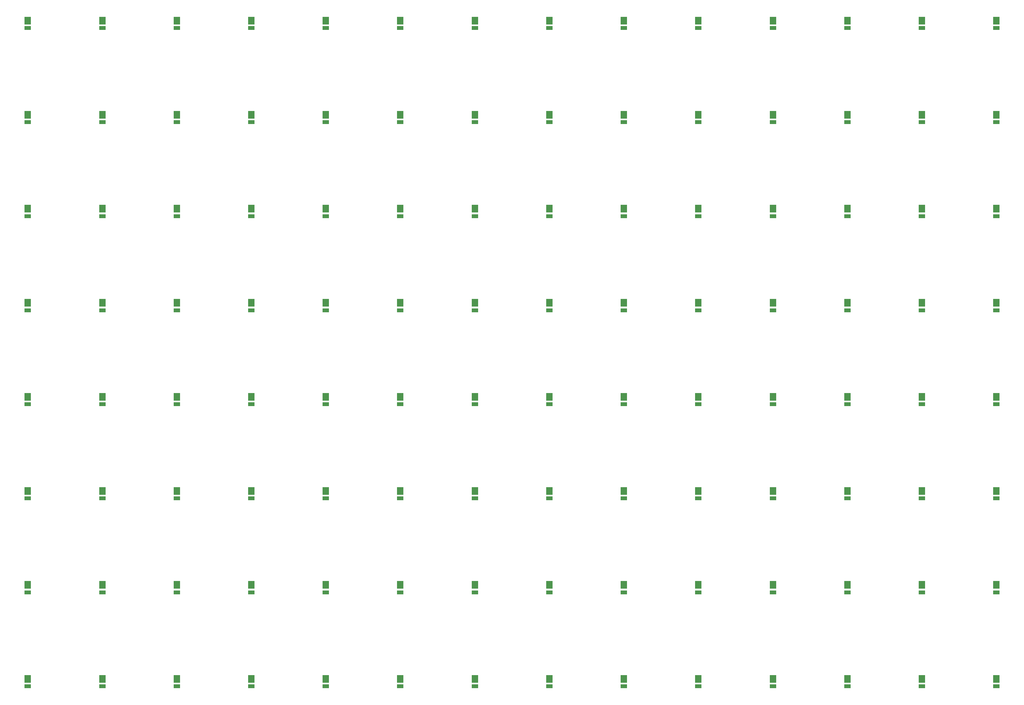
<source format=gbr>
G04 #@! TF.GenerationSoftware,KiCad,Pcbnew,(5.1.4)-1*
G04 #@! TF.CreationDate,2019-09-11T03:03:15-07:00*
G04 #@! TF.ProjectId,BrightBoard1,42726967-6874-4426-9f61-7264312e6b69,rev?*
G04 #@! TF.SameCoordinates,Original*
G04 #@! TF.FileFunction,Paste,Top*
G04 #@! TF.FilePolarity,Positive*
%FSLAX46Y46*%
G04 Gerber Fmt 4.6, Leading zero omitted, Abs format (unit mm)*
G04 Created by KiCad (PCBNEW (5.1.4)-1) date 2019-09-11 03:03:15*
%MOMM*%
%LPD*%
G04 APERTURE LIST*
%ADD10R,1.800000X0.990000*%
%ADD11R,1.800000X2.060000*%
G04 APERTURE END LIST*
D10*
X427354994Y-112890000D03*
D11*
X427354994Y-110915000D03*
D10*
X169545000Y-112890000D03*
D11*
X169545000Y-110915000D03*
D10*
X189376538Y-112890000D03*
D11*
X189376538Y-110915000D03*
D10*
X209208076Y-112890000D03*
D11*
X209208076Y-110915000D03*
D10*
X229039614Y-112890000D03*
D11*
X229039614Y-110915000D03*
D10*
X248871152Y-112890000D03*
D11*
X248871152Y-110915000D03*
D10*
X268702690Y-112890000D03*
D11*
X268702690Y-110915000D03*
D10*
X288534228Y-112890000D03*
D11*
X288534228Y-110915000D03*
D10*
X308365766Y-112890000D03*
D11*
X308365766Y-110915000D03*
D10*
X328197304Y-112890000D03*
D11*
X328197304Y-110915000D03*
D10*
X348028842Y-112890000D03*
D11*
X348028842Y-110915000D03*
D10*
X367860380Y-112890000D03*
D11*
X367860380Y-110915000D03*
D10*
X387691918Y-112890000D03*
D11*
X387691918Y-110915000D03*
D10*
X407523456Y-112890000D03*
D11*
X407523456Y-110915000D03*
D10*
X169545000Y-137927034D03*
D11*
X169545000Y-135952034D03*
D10*
X189376538Y-137927034D03*
D11*
X189376538Y-135952034D03*
D10*
X209208076Y-137927034D03*
D11*
X209208076Y-135952034D03*
D10*
X229039614Y-137927034D03*
D11*
X229039614Y-135952034D03*
D10*
X248871152Y-137927034D03*
D11*
X248871152Y-135952034D03*
D10*
X268702690Y-137927034D03*
D11*
X268702690Y-135952034D03*
D10*
X288534228Y-137927034D03*
D11*
X288534228Y-135952034D03*
D10*
X308365766Y-137927034D03*
D11*
X308365766Y-135952034D03*
D10*
X328197304Y-137927034D03*
D11*
X328197304Y-135952034D03*
D10*
X348028842Y-137927034D03*
D11*
X348028842Y-135952034D03*
D10*
X367860380Y-137927034D03*
D11*
X367860380Y-135952034D03*
D10*
X387691918Y-137927034D03*
D11*
X387691918Y-135952034D03*
D10*
X407523456Y-137927034D03*
D11*
X407523456Y-135952034D03*
D10*
X427354994Y-137927034D03*
D11*
X427354994Y-135952034D03*
D10*
X169545000Y-162964068D03*
D11*
X169545000Y-160989068D03*
D10*
X189376538Y-162964068D03*
D11*
X189376538Y-160989068D03*
D10*
X209208076Y-162964068D03*
D11*
X209208076Y-160989068D03*
D10*
X229039614Y-162964068D03*
D11*
X229039614Y-160989068D03*
D10*
X248871152Y-162964068D03*
D11*
X248871152Y-160989068D03*
D10*
X268702690Y-162964068D03*
D11*
X268702690Y-160989068D03*
D10*
X288534228Y-162964068D03*
D11*
X288534228Y-160989068D03*
D10*
X308365766Y-162964068D03*
D11*
X308365766Y-160989068D03*
D10*
X328197304Y-162964068D03*
D11*
X328197304Y-160989068D03*
D10*
X348028842Y-162964068D03*
D11*
X348028842Y-160989068D03*
D10*
X367860380Y-162964068D03*
D11*
X367860380Y-160989068D03*
D10*
X387691918Y-162964068D03*
D11*
X387691918Y-160989068D03*
D10*
X407523456Y-162964068D03*
D11*
X407523456Y-160989068D03*
D10*
X427354994Y-162964068D03*
D11*
X427354994Y-160989068D03*
D10*
X169545000Y-188001102D03*
D11*
X169545000Y-186026102D03*
D10*
X189376538Y-188001102D03*
D11*
X189376538Y-186026102D03*
D10*
X209208076Y-188001102D03*
D11*
X209208076Y-186026102D03*
D10*
X229039614Y-188001102D03*
D11*
X229039614Y-186026102D03*
D10*
X248871152Y-188001102D03*
D11*
X248871152Y-186026102D03*
D10*
X268702690Y-188001102D03*
D11*
X268702690Y-186026102D03*
D10*
X288534228Y-188001102D03*
D11*
X288534228Y-186026102D03*
D10*
X308365766Y-188001102D03*
D11*
X308365766Y-186026102D03*
D10*
X328197304Y-188001102D03*
D11*
X328197304Y-186026102D03*
D10*
X348028842Y-188001102D03*
D11*
X348028842Y-186026102D03*
D10*
X367860380Y-188001102D03*
D11*
X367860380Y-186026102D03*
D10*
X387691918Y-188001102D03*
D11*
X387691918Y-186026102D03*
D10*
X407523456Y-188001102D03*
D11*
X407523456Y-186026102D03*
D10*
X427354994Y-188001102D03*
D11*
X427354994Y-186026102D03*
D10*
X169545000Y-213038136D03*
D11*
X169545000Y-211063136D03*
D10*
X189376538Y-213038136D03*
D11*
X189376538Y-211063136D03*
D10*
X209208076Y-213038136D03*
D11*
X209208076Y-211063136D03*
D10*
X229039614Y-213038136D03*
D11*
X229039614Y-211063136D03*
D10*
X248871152Y-213038136D03*
D11*
X248871152Y-211063136D03*
D10*
X268702690Y-213038136D03*
D11*
X268702690Y-211063136D03*
D10*
X288534228Y-213038136D03*
D11*
X288534228Y-211063136D03*
D10*
X308365766Y-213038136D03*
D11*
X308365766Y-211063136D03*
D10*
X328197304Y-213038136D03*
D11*
X328197304Y-211063136D03*
D10*
X348028842Y-213038136D03*
D11*
X348028842Y-211063136D03*
D10*
X367860380Y-213038136D03*
D11*
X367860380Y-211063136D03*
D10*
X387691918Y-213038136D03*
D11*
X387691918Y-211063136D03*
D10*
X407523456Y-213038136D03*
D11*
X407523456Y-211063136D03*
D10*
X427354994Y-213038136D03*
D11*
X427354994Y-211063136D03*
D10*
X169545000Y-238075170D03*
D11*
X169545000Y-236100170D03*
D10*
X189376538Y-238075170D03*
D11*
X189376538Y-236100170D03*
D10*
X209208076Y-238075170D03*
D11*
X209208076Y-236100170D03*
D10*
X229039614Y-238075170D03*
D11*
X229039614Y-236100170D03*
D10*
X248871152Y-238075170D03*
D11*
X248871152Y-236100170D03*
D10*
X268702690Y-238075170D03*
D11*
X268702690Y-236100170D03*
D10*
X288534228Y-238075170D03*
D11*
X288534228Y-236100170D03*
D10*
X308365766Y-238075170D03*
D11*
X308365766Y-236100170D03*
D10*
X328197304Y-238075170D03*
D11*
X328197304Y-236100170D03*
D10*
X348028842Y-238075170D03*
D11*
X348028842Y-236100170D03*
D10*
X367860380Y-238075170D03*
D11*
X367860380Y-236100170D03*
D10*
X387691918Y-238075170D03*
D11*
X387691918Y-236100170D03*
D10*
X407523456Y-238075170D03*
D11*
X407523456Y-236100170D03*
D10*
X427354994Y-238075170D03*
D11*
X427354994Y-236100170D03*
D10*
X169545000Y-263112204D03*
D11*
X169545000Y-261137204D03*
D10*
X189376538Y-263112204D03*
D11*
X189376538Y-261137204D03*
D10*
X209208076Y-263112204D03*
D11*
X209208076Y-261137204D03*
D10*
X229039614Y-263112204D03*
D11*
X229039614Y-261137204D03*
D10*
X248871152Y-263112204D03*
D11*
X248871152Y-261137204D03*
D10*
X268702690Y-263112204D03*
D11*
X268702690Y-261137204D03*
D10*
X288534228Y-263112204D03*
D11*
X288534228Y-261137204D03*
D10*
X308365766Y-263112204D03*
D11*
X308365766Y-261137204D03*
D10*
X328197304Y-263112204D03*
D11*
X328197304Y-261137204D03*
D10*
X348028842Y-263112204D03*
D11*
X348028842Y-261137204D03*
D10*
X367860380Y-263112204D03*
D11*
X367860380Y-261137204D03*
D10*
X387691918Y-263112204D03*
D11*
X387691918Y-261137204D03*
D10*
X407523456Y-263112204D03*
D11*
X407523456Y-261137204D03*
D10*
X427354994Y-263112204D03*
D11*
X427354994Y-261137204D03*
D10*
X169545000Y-288149238D03*
D11*
X169545000Y-286174238D03*
D10*
X189376538Y-288149238D03*
D11*
X189376538Y-286174238D03*
D10*
X209208076Y-288149238D03*
D11*
X209208076Y-286174238D03*
D10*
X229039614Y-288149238D03*
D11*
X229039614Y-286174238D03*
D10*
X248871152Y-288149238D03*
D11*
X248871152Y-286174238D03*
D10*
X268702690Y-288149238D03*
D11*
X268702690Y-286174238D03*
D10*
X288534228Y-288149238D03*
D11*
X288534228Y-286174238D03*
D10*
X308365766Y-288149238D03*
D11*
X308365766Y-286174238D03*
D10*
X328197304Y-288149238D03*
D11*
X328197304Y-286174238D03*
D10*
X348028842Y-288149238D03*
D11*
X348028842Y-286174238D03*
D10*
X367860380Y-288149238D03*
D11*
X367860380Y-286174238D03*
D10*
X387691918Y-288149238D03*
D11*
X387691918Y-286174238D03*
D10*
X407523456Y-288149238D03*
D11*
X407523456Y-286174238D03*
D10*
X427354994Y-288149238D03*
D11*
X427354994Y-286174238D03*
M02*

</source>
